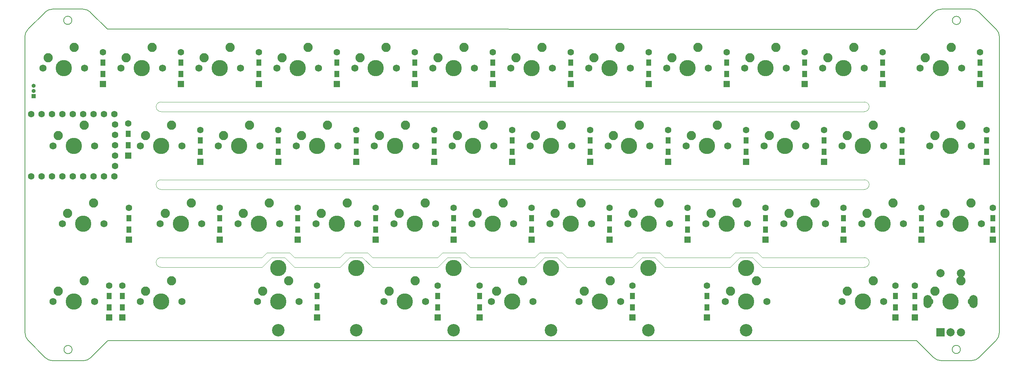
<source format=gbr>
%TF.GenerationSoftware,KiCad,Pcbnew,(7.0.0)*%
%TF.CreationDate,2023-04-22T21:46:50+02:00*%
%TF.ProjectId,lumpen,6c756d70-656e-42e6-9b69-6361645f7063,rev?*%
%TF.SameCoordinates,Original*%
%TF.FileFunction,Soldermask,Bot*%
%TF.FilePolarity,Negative*%
%FSLAX46Y46*%
G04 Gerber Fmt 4.6, Leading zero omitted, Abs format (unit mm)*
G04 Created by KiCad (PCBNEW (7.0.0)) date 2023-04-22 21:46:50*
%MOMM*%
%LPD*%
G01*
G04 APERTURE LIST*
%ADD10C,1.600000*%
%ADD11C,1.750000*%
%ADD12C,3.987800*%
%ADD13C,2.250000*%
%ADD14R,1.200000X1.600000*%
%ADD15R,1.600000X1.600000*%
%ADD16C,3.048000*%
%ADD17O,2.000000X3.200000*%
%ADD18R,2.000000X2.000000*%
%ADD19C,2.000000*%
%ADD20R,1.000000X1.000000*%
%ADD21O,1.000000X1.000000*%
%TA.AperFunction,Profile*%
%ADD22C,0.100000*%
%TD*%
%TA.AperFunction,Profile*%
%ADD23C,0.200000*%
%TD*%
G04 APERTURE END LIST*
D10*
%TO.C,RZ1*%
X20593000Y-83661000D03*
X23133000Y-83661000D03*
X25673000Y-83661000D03*
X28213000Y-83661000D03*
X30753000Y-83661000D03*
X33293000Y-83661000D03*
X35833000Y-83661000D03*
X38373000Y-83661000D03*
X40913000Y-83661000D03*
X41123000Y-81121000D03*
X41123000Y-78581000D03*
X41123000Y-76041000D03*
X41123000Y-73501000D03*
X41123000Y-70961000D03*
X40913000Y-68421000D03*
X38373000Y-68421000D03*
X35833000Y-68421000D03*
X33293000Y-68421000D03*
X30753000Y-68421000D03*
X28213000Y-68421000D03*
X25673000Y-68421000D03*
X20593000Y-68421000D03*
X23133000Y-68421000D03*
%TD*%
D11*
%TO.C,MX32*%
X166370000Y-95250000D03*
D12*
X171450000Y-95250000D03*
D11*
X176530000Y-95250000D03*
D13*
X167640000Y-92710000D03*
X173990000Y-90170000D03*
%TD*%
D11*
%TO.C,MX37*%
X25908000Y-114300000D03*
D12*
X30988000Y-114300000D03*
D11*
X36068000Y-114300000D03*
D13*
X27178000Y-111760000D03*
X33528000Y-109220000D03*
%TD*%
D11*
%TO.C,MX30*%
X128270000Y-95250000D03*
D12*
X133350000Y-95250000D03*
D11*
X138430000Y-95250000D03*
D13*
X129540000Y-92710000D03*
X135890000Y-90170000D03*
%TD*%
D11*
%TO.C,MX45*%
X240157000Y-114300000D03*
D12*
X245237000Y-114300000D03*
D11*
X250317000Y-114300000D03*
D13*
X241427000Y-111760000D03*
X247777000Y-109220000D03*
%TD*%
D14*
%TO.C,D1*%
X38099999Y-58549999D03*
D15*
X38099999Y-61049999D03*
D10*
X38100000Y-53250000D03*
D14*
X38099999Y-55749999D03*
%TD*%
D11*
%TO.C,MX11*%
X213995000Y-57150000D03*
D12*
X219075000Y-57150000D03*
D11*
X224155000Y-57150000D03*
D13*
X215265000Y-54610000D03*
X221615000Y-52070000D03*
%TD*%
D14*
%TO.C,D41*%
X231774999Y-115699999D03*
D15*
X231774999Y-118199999D03*
D10*
X231775000Y-110400000D03*
D14*
X231774999Y-112899999D03*
%TD*%
D11*
%TO.C,MX34*%
X204470000Y-95250000D03*
D12*
X209550000Y-95250000D03*
D11*
X214630000Y-95250000D03*
D13*
X205740000Y-92710000D03*
X212090000Y-90170000D03*
%TD*%
D14*
%TO.C,D9*%
X42862499Y-115699999D03*
D15*
X42862499Y-118199999D03*
D10*
X42862500Y-110400000D03*
D14*
X42862499Y-112899999D03*
%TD*%
%TO.C,D21*%
X133349999Y-58549999D03*
D15*
X133349999Y-61049999D03*
D10*
X133350000Y-53250000D03*
D14*
X133349999Y-55749999D03*
%TD*%
D11*
%TO.C,MX35*%
X223520000Y-95250000D03*
D12*
X228600000Y-95250000D03*
D11*
X233680000Y-95250000D03*
D13*
X224790000Y-92710000D03*
X231140000Y-90170000D03*
%TD*%
D11*
%TO.C,MX12*%
X237807500Y-57150000D03*
D12*
X242887500Y-57150000D03*
D11*
X247967500Y-57150000D03*
D13*
X239077500Y-54610000D03*
X245427500Y-52070000D03*
%TD*%
D14*
%TO.C,D44*%
X253999999Y-77599999D03*
D15*
X253999999Y-80099999D03*
D10*
X254000000Y-72300000D03*
D14*
X253999999Y-74799999D03*
%TD*%
D11*
%TO.C,MX43*%
X190182500Y-114300000D03*
D12*
X195262500Y-114300000D03*
D11*
X200342500Y-114300000D03*
D13*
X191452500Y-111760000D03*
X197802500Y-109220000D03*
%TD*%
D14*
%TO.C,D28*%
X171449999Y-58549999D03*
D15*
X171449999Y-61049999D03*
D10*
X171450000Y-53250000D03*
D14*
X171449999Y-55749999D03*
%TD*%
D11*
%TO.C,MX24*%
X240157000Y-76200000D03*
D12*
X245237000Y-76200000D03*
D11*
X250317000Y-76200000D03*
D13*
X241427000Y-73660000D03*
X247777000Y-71120000D03*
%TD*%
D11*
%TO.C,MX10*%
X194945000Y-57150000D03*
D12*
X200025000Y-57150000D03*
D11*
X205105000Y-57150000D03*
D13*
X196215000Y-54610000D03*
X202565000Y-52070000D03*
%TD*%
D14*
%TO.C,D13*%
X95249999Y-58549999D03*
D15*
X95249999Y-61049999D03*
D10*
X95250000Y-53250000D03*
D14*
X95249999Y-55749999D03*
%TD*%
D11*
%TO.C,MX17*%
X104457500Y-76200000D03*
D12*
X109537500Y-76200000D03*
D11*
X114617500Y-76200000D03*
D13*
X105727500Y-73660000D03*
X112077500Y-71120000D03*
%TD*%
D14*
%TO.C,D33*%
X200024999Y-96649999D03*
D15*
X200024999Y-99149999D03*
D10*
X200025000Y-91350000D03*
D14*
X200024999Y-93849999D03*
%TD*%
D12*
%TO.C,MX42*%
X147605750Y-106045000D03*
D16*
X147605750Y-121285000D03*
D11*
X154432000Y-114300000D03*
D12*
X159512000Y-114300000D03*
D11*
X164592000Y-114300000D03*
D12*
X171418250Y-106045000D03*
D16*
X171418250Y-121285000D03*
D13*
X155702000Y-111760000D03*
X162052000Y-109220000D03*
%TD*%
D11*
%TO.C,MX23*%
X218757500Y-76200000D03*
D12*
X223837500Y-76200000D03*
D11*
X228917500Y-76200000D03*
D13*
X220027500Y-73660000D03*
X226377500Y-71120000D03*
%TD*%
D11*
%TO.C,MX14*%
X47307500Y-76200000D03*
D12*
X52387500Y-76200000D03*
D11*
X57467500Y-76200000D03*
D13*
X48577500Y-73660000D03*
X54927500Y-71120000D03*
%TD*%
D14*
%TO.C,D6*%
X57149999Y-58549999D03*
D15*
X57149999Y-61049999D03*
D10*
X57150000Y-53250000D03*
D14*
X57149999Y-55749999D03*
%TD*%
D17*
%TO.C,SW1*%
X239636999Y-114299999D03*
X250836999Y-114299999D03*
D18*
X242736999Y-121799999D03*
D19*
X247737000Y-121800000D03*
X245237000Y-121800000D03*
X247737000Y-107300000D03*
X242737000Y-107300000D03*
%TD*%
D11*
%TO.C,MX27*%
X71120000Y-95250000D03*
D12*
X76200000Y-95250000D03*
D11*
X81280000Y-95250000D03*
D13*
X72390000Y-92710000D03*
X78740000Y-90170000D03*
%TD*%
D11*
%TO.C,MX29*%
X109220000Y-95250000D03*
D12*
X114300000Y-95250000D03*
D11*
X119380000Y-95250000D03*
D13*
X110490000Y-92710000D03*
X116840000Y-90170000D03*
%TD*%
D14*
%TO.C,D37*%
X214312499Y-77599999D03*
D15*
X214312499Y-80099999D03*
D10*
X214312500Y-72300000D03*
D14*
X214312499Y-74799999D03*
%TD*%
%TO.C,D19*%
X152399999Y-58549999D03*
D15*
X152399999Y-61049999D03*
D10*
X152400000Y-53250000D03*
D14*
X152399999Y-55749999D03*
%TD*%
%TO.C,D39*%
X233362499Y-77599999D03*
D15*
X233362499Y-80099999D03*
D10*
X233362500Y-72300000D03*
D14*
X233362499Y-74799999D03*
%TD*%
D11*
%TO.C,MX26*%
X52070000Y-95250000D03*
D12*
X57150000Y-95250000D03*
D11*
X62230000Y-95250000D03*
D13*
X53340000Y-92710000D03*
X59690000Y-90170000D03*
%TD*%
D11*
%TO.C,MX22*%
X199707500Y-76200000D03*
D12*
X204787500Y-76200000D03*
D11*
X209867500Y-76200000D03*
D13*
X200977500Y-73660000D03*
X207327500Y-71120000D03*
%TD*%
D14*
%TO.C,D7*%
X61912499Y-77599999D03*
D15*
X61912499Y-80099999D03*
D10*
X61912500Y-72300000D03*
D14*
X61912499Y-74799999D03*
%TD*%
D11*
%TO.C,MX36*%
X242570000Y-95250000D03*
D12*
X247650000Y-95250000D03*
D11*
X252730000Y-95250000D03*
D13*
X243840000Y-92710000D03*
X250190000Y-90170000D03*
%TD*%
D11*
%TO.C,MX20*%
X161607500Y-76200000D03*
D12*
X166687500Y-76200000D03*
D11*
X171767500Y-76200000D03*
D13*
X162877500Y-73660000D03*
X169227500Y-71120000D03*
%TD*%
D11*
%TO.C,MX13*%
X25908000Y-76200000D03*
D12*
X30988000Y-76200000D03*
D11*
X36068000Y-76200000D03*
D13*
X27178000Y-73660000D03*
X33528000Y-71120000D03*
%TD*%
D14*
%TO.C,D36*%
X209549999Y-58549999D03*
D15*
X209549999Y-61049999D03*
D10*
X209550000Y-53250000D03*
D14*
X209549999Y-55749999D03*
%TD*%
%TO.C,D24*%
X130174999Y-115699999D03*
D15*
X130174999Y-118199999D03*
D10*
X130175000Y-110400000D03*
D14*
X130174999Y-112899999D03*
%TD*%
%TO.C,D22*%
X138112499Y-77599999D03*
D15*
X138112499Y-80099999D03*
D10*
X138112500Y-72300000D03*
D14*
X138112499Y-74799999D03*
%TD*%
%TO.C,D18*%
X123824999Y-96649999D03*
D15*
X123824999Y-99149999D03*
D10*
X123825000Y-91350000D03*
D14*
X123824999Y-93849999D03*
%TD*%
%TO.C,D31*%
X190499999Y-58549999D03*
D15*
X190499999Y-61049999D03*
D10*
X190500000Y-53250000D03*
D14*
X190499999Y-55749999D03*
%TD*%
%TO.C,D35*%
X185737499Y-115699999D03*
D15*
X185737499Y-118199999D03*
D10*
X185737500Y-110400000D03*
D14*
X185737499Y-112899999D03*
%TD*%
D11*
%TO.C,MX5*%
X99695000Y-57150000D03*
D12*
X104775000Y-57150000D03*
D11*
X109855000Y-57150000D03*
D13*
X100965000Y-54610000D03*
X107315000Y-52070000D03*
%TD*%
D11*
%TO.C,MX39*%
X75882500Y-114300000D03*
D12*
X80962500Y-114300000D03*
D11*
X86042500Y-114300000D03*
D13*
X77152500Y-111760000D03*
X83502500Y-109220000D03*
%TD*%
D12*
%TO.C,MX41*%
X80962500Y-106045000D03*
D16*
X80962500Y-121285000D03*
D11*
X133032500Y-114300000D03*
D12*
X138112500Y-114300000D03*
D11*
X143192500Y-114300000D03*
D12*
X195262500Y-106045000D03*
D16*
X195262500Y-121285000D03*
D13*
X134302500Y-111760000D03*
X140652500Y-109220000D03*
%TD*%
D14*
%TO.C,D16*%
X114299999Y-58549999D03*
D15*
X114299999Y-61049999D03*
D10*
X114300000Y-53250000D03*
D14*
X114299999Y-55749999D03*
%TD*%
%TO.C,D25*%
X157162499Y-77599999D03*
D15*
X157162499Y-80099999D03*
D10*
X157162500Y-72300000D03*
D14*
X157162499Y-74799999D03*
%TD*%
%TO.C,D8*%
X66674999Y-96649999D03*
D15*
X66674999Y-99149999D03*
D10*
X66675000Y-91350000D03*
D14*
X66674999Y-93849999D03*
%TD*%
D11*
%TO.C,MX8*%
X156845000Y-57150000D03*
D12*
X161925000Y-57150000D03*
D11*
X167005000Y-57150000D03*
D13*
X158115000Y-54610000D03*
X164465000Y-52070000D03*
%TD*%
D14*
%TO.C,D11*%
X85724999Y-96649999D03*
D15*
X85724999Y-99149999D03*
D10*
X85725000Y-91350000D03*
D14*
X85724999Y-93849999D03*
%TD*%
%TO.C,D4*%
X39687499Y-115699999D03*
D15*
X39687499Y-118199999D03*
D10*
X39687500Y-110400000D03*
D14*
X39687499Y-112899999D03*
%TD*%
%TO.C,D15*%
X104774999Y-96649999D03*
D15*
X104774999Y-99149999D03*
D10*
X104775000Y-91350000D03*
D14*
X104774999Y-93849999D03*
%TD*%
%TO.C,D30*%
X180974999Y-96649999D03*
D15*
X180974999Y-99149999D03*
D10*
X180975000Y-91350000D03*
D14*
X180974999Y-93849999D03*
%TD*%
%TO.C,D45*%
X255587499Y-96649999D03*
D15*
X255587499Y-99149999D03*
D10*
X255587500Y-91350000D03*
D14*
X255587499Y-93849999D03*
%TD*%
%TO.C,D14*%
X100012499Y-77599999D03*
D15*
X100012499Y-80099999D03*
D10*
X100012500Y-72300000D03*
D14*
X100012499Y-74799999D03*
%TD*%
%TO.C,D10*%
X80962499Y-77599999D03*
D15*
X80962499Y-80099999D03*
D10*
X80962500Y-72300000D03*
D14*
X80962499Y-74799999D03*
%TD*%
%TO.C,D5*%
X76199999Y-58549999D03*
D15*
X76199999Y-61049999D03*
D10*
X76200000Y-53250000D03*
D14*
X76199999Y-55749999D03*
%TD*%
D11*
%TO.C,MX28*%
X90170000Y-95250000D03*
D12*
X95250000Y-95250000D03*
D11*
X100330000Y-95250000D03*
D13*
X91440000Y-92710000D03*
X97790000Y-90170000D03*
%TD*%
D11*
%TO.C,MX44*%
X218757500Y-114300000D03*
D12*
X223837500Y-114300000D03*
D11*
X228917500Y-114300000D03*
D13*
X220027500Y-111760000D03*
X226377500Y-109220000D03*
%TD*%
D14*
%TO.C,D26*%
X161924999Y-96649999D03*
D15*
X161924999Y-99149999D03*
D10*
X161925000Y-91350000D03*
D14*
X161924999Y-93849999D03*
%TD*%
%TO.C,D29*%
X176212499Y-77599999D03*
D15*
X176212499Y-80099999D03*
D10*
X176212500Y-72300000D03*
D14*
X176212499Y-74799999D03*
%TD*%
D12*
%TO.C,MX40*%
X99980750Y-106045000D03*
D16*
X99980750Y-121285000D03*
D11*
X106807000Y-114300000D03*
D12*
X111887000Y-114300000D03*
D11*
X116967000Y-114300000D03*
D12*
X123793250Y-106045000D03*
D16*
X123793250Y-121285000D03*
D13*
X108077000Y-111760000D03*
X114427000Y-109220000D03*
%TD*%
D11*
%TO.C,MX33*%
X185420000Y-95250000D03*
D12*
X190500000Y-95250000D03*
D11*
X195580000Y-95250000D03*
D13*
X186690000Y-92710000D03*
X193040000Y-90170000D03*
%TD*%
D14*
%TO.C,D2*%
X44322999Y-76012499D03*
D15*
X44322999Y-78512499D03*
D10*
X44323000Y-70712500D03*
D14*
X44322999Y-73212499D03*
%TD*%
%TO.C,D12*%
X90487499Y-115699999D03*
D15*
X90487499Y-118199999D03*
D10*
X90487500Y-110400000D03*
D14*
X90487499Y-112899999D03*
%TD*%
D11*
%TO.C,MX6*%
X118745000Y-57150000D03*
D12*
X123825000Y-57150000D03*
D11*
X128905000Y-57150000D03*
D13*
X120015000Y-54610000D03*
X126365000Y-52070000D03*
%TD*%
D11*
%TO.C,MX9*%
X175895000Y-57150000D03*
D12*
X180975000Y-57150000D03*
D11*
X186055000Y-57150000D03*
D13*
X177165000Y-54610000D03*
X183515000Y-52070000D03*
%TD*%
D11*
%TO.C,MX2*%
X42545000Y-57150000D03*
D12*
X47625000Y-57150000D03*
D11*
X52705000Y-57150000D03*
D13*
X43815000Y-54610000D03*
X50165000Y-52070000D03*
%TD*%
D14*
%TO.C,D23*%
X142874999Y-96649999D03*
D15*
X142874999Y-99149999D03*
D10*
X142875000Y-91350000D03*
D14*
X142874999Y-93849999D03*
%TD*%
%TO.C,D34*%
X228599999Y-58549999D03*
D15*
X228599999Y-61049999D03*
D10*
X228600000Y-53250000D03*
D14*
X228599999Y-55749999D03*
%TD*%
D11*
%TO.C,MX21*%
X180657500Y-76200000D03*
D12*
X185737500Y-76200000D03*
D11*
X190817500Y-76200000D03*
D13*
X181927500Y-73660000D03*
X188277500Y-71120000D03*
%TD*%
D11*
%TO.C,MX7*%
X137795000Y-57150000D03*
D12*
X142875000Y-57150000D03*
D11*
X147955000Y-57150000D03*
D13*
X139065000Y-54610000D03*
X145415000Y-52070000D03*
%TD*%
D11*
%TO.C,MX15*%
X66357500Y-76200000D03*
D12*
X71437500Y-76200000D03*
D11*
X76517500Y-76200000D03*
D13*
X67627500Y-73660000D03*
X73977500Y-71120000D03*
%TD*%
D14*
%TO.C,D46*%
X236537499Y-115699999D03*
D15*
X236537499Y-118199999D03*
D10*
X236537500Y-110400000D03*
D14*
X236537499Y-112899999D03*
%TD*%
%TO.C,D17*%
X119062499Y-77599999D03*
D15*
X119062499Y-80099999D03*
D10*
X119062500Y-72300000D03*
D14*
X119062499Y-74799999D03*
%TD*%
%TO.C,D32*%
X195262499Y-77599999D03*
D15*
X195262499Y-80099999D03*
D10*
X195262500Y-72300000D03*
D14*
X195262499Y-74799999D03*
%TD*%
D11*
%TO.C,MX1*%
X23495000Y-57150000D03*
D12*
X28575000Y-57150000D03*
D11*
X33655000Y-57150000D03*
D13*
X24765000Y-54610000D03*
X31115000Y-52070000D03*
%TD*%
D11*
%TO.C,MX16*%
X85407500Y-76200000D03*
D12*
X90487500Y-76200000D03*
D11*
X95567500Y-76200000D03*
D13*
X86677500Y-73660000D03*
X93027500Y-71120000D03*
%TD*%
D11*
%TO.C,MX25*%
X28257500Y-95250000D03*
D12*
X33337500Y-95250000D03*
D11*
X38417500Y-95250000D03*
D13*
X29527500Y-92710000D03*
X35877500Y-90170000D03*
%TD*%
D11*
%TO.C,MX19*%
X142557500Y-76200000D03*
D12*
X147637500Y-76200000D03*
D11*
X152717500Y-76200000D03*
D13*
X143827500Y-73660000D03*
X150177500Y-71120000D03*
%TD*%
D11*
%TO.C,MX4*%
X80645000Y-57150000D03*
D12*
X85725000Y-57150000D03*
D11*
X90805000Y-57150000D03*
D13*
X81915000Y-54610000D03*
X88265000Y-52070000D03*
%TD*%
D14*
%TO.C,D27*%
X167512999Y-115699999D03*
D15*
X167512999Y-118199999D03*
D10*
X167513000Y-110400000D03*
D14*
X167512999Y-112899999D03*
%TD*%
%TO.C,D43*%
X252412499Y-58549999D03*
D15*
X252412499Y-61049999D03*
D10*
X252412500Y-53250000D03*
D14*
X252412499Y-55749999D03*
%TD*%
%TO.C,D20*%
X119887999Y-115699999D03*
D15*
X119887999Y-118199999D03*
D10*
X119888000Y-110400000D03*
D14*
X119887999Y-112899999D03*
%TD*%
%TO.C,D3*%
X44449999Y-96649999D03*
D15*
X44449999Y-99149999D03*
D10*
X44450000Y-91350000D03*
D14*
X44449999Y-93849999D03*
%TD*%
%TO.C,D38*%
X219074999Y-96649999D03*
D15*
X219074999Y-99149999D03*
D10*
X219075000Y-91350000D03*
D14*
X219074999Y-93849999D03*
%TD*%
D11*
%TO.C,MX38*%
X47307500Y-114300000D03*
D12*
X52387500Y-114300000D03*
D11*
X57467500Y-114300000D03*
D13*
X48577500Y-111760000D03*
X54927500Y-109220000D03*
%TD*%
D11*
%TO.C,MX3*%
X61595000Y-57150000D03*
D12*
X66675000Y-57150000D03*
D11*
X71755000Y-57150000D03*
D13*
X62865000Y-54610000D03*
X69215000Y-52070000D03*
%TD*%
D11*
%TO.C,MX18*%
X123507500Y-76200000D03*
D12*
X128587500Y-76200000D03*
D11*
X133667500Y-76200000D03*
D13*
X124777500Y-73660000D03*
X131127500Y-71120000D03*
%TD*%
D11*
%TO.C,MX31*%
X147320000Y-95250000D03*
D12*
X152400000Y-95250000D03*
D11*
X157480000Y-95250000D03*
D13*
X148590000Y-92710000D03*
X154940000Y-90170000D03*
%TD*%
D14*
%TO.C,D40*%
X238124999Y-96649999D03*
D15*
X238124999Y-99149999D03*
D10*
X238125000Y-91350000D03*
D14*
X238124999Y-93849999D03*
%TD*%
D20*
%TO.C,J1*%
X21208999Y-63975999D03*
D21*
X21208999Y-62705999D03*
X21208999Y-61435999D03*
%TD*%
D22*
X224161188Y-86836250D02*
X52314313Y-86836250D01*
D23*
X33287290Y-128781256D02*
X25917546Y-128781256D01*
D22*
X125459250Y-103505000D02*
X127840500Y-105886250D01*
X224161188Y-86836200D02*
G75*
G03*
X224161188Y-84455000I12J1190600D01*
G01*
X78199375Y-102314375D02*
X83755625Y-102314375D01*
X192532000Y-102314375D02*
X191341375Y-103505000D01*
X224161188Y-67786200D02*
G75*
G03*
X224161188Y-65405000I12J1190600D01*
G01*
D23*
X39350957Y-123825611D02*
X35178801Y-127997767D01*
X25855692Y-42668888D02*
G75*
G03*
X23964181Y-43452380I8J-2675012D01*
G01*
D22*
X52314313Y-103505000D02*
X77008750Y-103505000D01*
X193722625Y-103505000D02*
X191341375Y-105886250D01*
D23*
X19102418Y-121966128D02*
X19040564Y-49484019D01*
X236913960Y-123824293D02*
X39350957Y-123825611D01*
X252245970Y-43472322D02*
G75*
G03*
X250354482Y-42688810I-1891570J-1891578D01*
G01*
D22*
X52314313Y-84454950D02*
G75*
G03*
X52314313Y-86836250I-13J-1190650D01*
G01*
D23*
X242984738Y-42688823D02*
G75*
G03*
X241096372Y-43469515I-38J-2674077D01*
G01*
X252245993Y-43472299D02*
X256386121Y-47612427D01*
D22*
X191341375Y-105886250D02*
X175402875Y-105886250D01*
D23*
X39257075Y-47592508D02*
X236956244Y-47609643D01*
D22*
X103964500Y-103505000D02*
X119903000Y-103505000D01*
D23*
X236956244Y-47609643D02*
X241096372Y-43469515D01*
D22*
X96027000Y-105886250D02*
X84946250Y-105886250D01*
D23*
X30540436Y-45418891D02*
G75*
G03*
X30540436Y-45418891I-1000000J0D01*
G01*
D22*
X196897625Y-103505000D02*
X199278875Y-105886250D01*
D23*
X250315343Y-128747910D02*
X242945599Y-128747910D01*
X30602546Y-126031256D02*
G75*
G03*
X30602546Y-126031256I-1000000J0D01*
G01*
D22*
X97217625Y-102314375D02*
X96027000Y-103505000D01*
D23*
X25855692Y-42668891D02*
X33225436Y-42668891D01*
X257169610Y-49503938D02*
X257130471Y-121932782D01*
D22*
X121093625Y-102314375D02*
X126649875Y-102314375D01*
D23*
X247669482Y-45438810D02*
G75*
G03*
X247669482Y-45438810I-1000000J0D01*
G01*
D22*
X144786188Y-102314375D02*
X143595563Y-103505000D01*
X168656000Y-102314375D02*
X167465375Y-103505000D01*
X121093625Y-102314375D02*
X119903000Y-103505000D01*
D23*
X250315343Y-128747925D02*
G75*
G03*
X252206853Y-127964420I57J2674825D01*
G01*
X241054108Y-127964401D02*
G75*
G03*
X242945599Y-128747910I1891492J1891401D01*
G01*
D22*
X122284250Y-103505000D02*
X125459250Y-103505000D01*
X224161188Y-105886250D02*
X199278875Y-105886250D01*
X102773875Y-102314375D02*
X103964500Y-103505000D01*
X193722625Y-103505000D02*
X196897625Y-103505000D01*
X169846625Y-103505000D02*
X173021625Y-103505000D01*
X151533063Y-103505000D02*
X167465375Y-103505000D01*
X144786188Y-102314375D02*
X150342438Y-102314375D01*
D23*
X35116939Y-43452388D02*
G75*
G03*
X33225436Y-42668891I-1891439J-1891312D01*
G01*
D22*
X52314313Y-103504950D02*
G75*
G03*
X52314313Y-105886250I-13J-1190650D01*
G01*
X199278875Y-103505000D02*
X224161188Y-103505000D01*
X169846625Y-103505000D02*
X167465375Y-105886250D01*
X52314313Y-84455000D02*
X224161188Y-84455000D01*
X224161188Y-105886200D02*
G75*
G03*
X224161188Y-103505000I12J1190600D01*
G01*
D23*
X256346997Y-123824308D02*
G75*
G03*
X257130471Y-121932782I-1891797J1891608D01*
G01*
X256346982Y-123824293D02*
X252206854Y-127964421D01*
X33287290Y-128781220D02*
G75*
G03*
X35178800Y-127997766I110J2674820D01*
G01*
D22*
X101583250Y-103505000D02*
X103964500Y-105886250D01*
X79390000Y-103505000D02*
X82565000Y-103505000D01*
X126649875Y-102314375D02*
X127840500Y-103505000D01*
X145976813Y-103505000D02*
X149151813Y-103505000D01*
X143595563Y-105886250D02*
X127840500Y-105886250D01*
X83755625Y-102314375D02*
X84946250Y-103505000D01*
X173021625Y-103505000D02*
X175402875Y-105886250D01*
D23*
X24026035Y-127997767D02*
X19885907Y-123857639D01*
X242984738Y-42688810D02*
X250354482Y-42688810D01*
D22*
X97217625Y-102314375D02*
X102773875Y-102314375D01*
D23*
X241054088Y-127964421D02*
X236913960Y-123824293D01*
X24026051Y-127997751D02*
G75*
G03*
X25917546Y-128781256I1891549J1891551D01*
G01*
D22*
X78199375Y-102314375D02*
X77008750Y-103505000D01*
X174212250Y-102314375D02*
X175402875Y-103505000D01*
X175402875Y-103505000D02*
X191341375Y-103505000D01*
X149151813Y-103505000D02*
X151533063Y-105886250D01*
X224161188Y-67786250D02*
X52314313Y-67786250D01*
X119903000Y-105886250D02*
X103964500Y-105886250D01*
X79390000Y-103505000D02*
X77008750Y-105886250D01*
X98408250Y-103505000D02*
X96027000Y-105886250D01*
X198088250Y-102314375D02*
X199278875Y-103505000D01*
X84946250Y-103505000D02*
X96027000Y-103505000D01*
X52314313Y-65404950D02*
G75*
G03*
X52314313Y-67786250I-13J-1190650D01*
G01*
X168656000Y-102314375D02*
X174212250Y-102314375D01*
X122284250Y-103505000D02*
X119903000Y-105886250D01*
D23*
X19824057Y-47592512D02*
G75*
G03*
X19040564Y-49484019I1891443J-1891488D01*
G01*
D22*
X167465375Y-105886250D02*
X151533063Y-105886250D01*
D23*
X19824053Y-47592508D02*
X23964181Y-43452380D01*
D22*
X77008750Y-105886250D02*
X52314313Y-105886250D01*
X82565000Y-103505000D02*
X84946250Y-105886250D01*
X52314313Y-65405000D02*
X224161188Y-65405000D01*
D23*
X35116947Y-43452380D02*
X39257075Y-47592508D01*
D22*
X150342438Y-102314375D02*
X151533063Y-103505000D01*
D23*
X247630599Y-125997910D02*
G75*
G03*
X247630599Y-125997910I-1000000J0D01*
G01*
D22*
X192532000Y-102314375D02*
X198088250Y-102314375D01*
D23*
X257169604Y-49503938D02*
G75*
G03*
X256386120Y-47612428I-2675404J-162D01*
G01*
D22*
X127840500Y-103505000D02*
X143595563Y-103505000D01*
D23*
X19102451Y-121966128D02*
G75*
G03*
X19885907Y-123857639I2675149J28D01*
G01*
D22*
X145976813Y-103505000D02*
X143595563Y-105886250D01*
X98408250Y-103505000D02*
X101583250Y-103505000D01*
M02*

</source>
